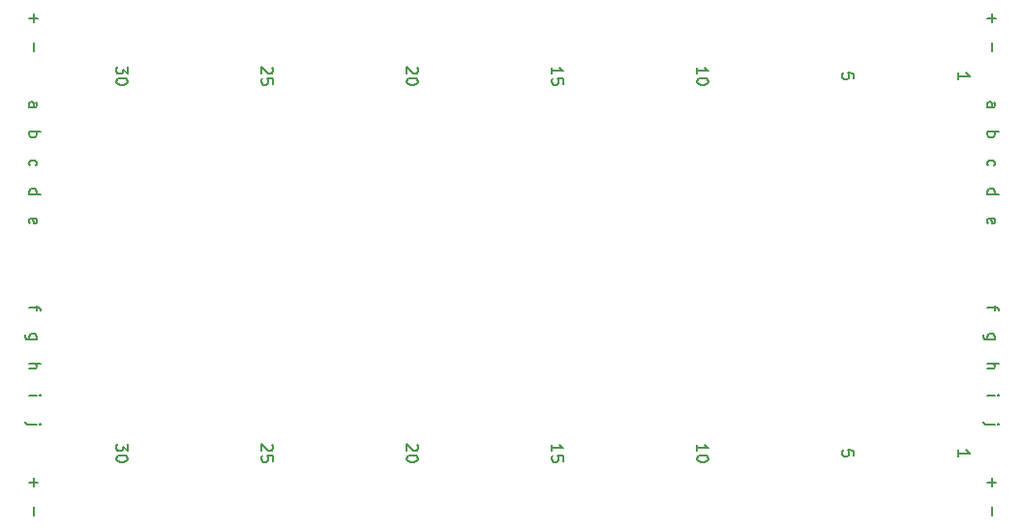
<source format=gbr>
%TF.GenerationSoftware,KiCad,Pcbnew,5.1.9-73d0e3b20d~88~ubuntu20.04.1*%
%TF.CreationDate,2021-01-27T17:21:27-06:00*%
%TF.ProjectId,ProtoPCBs,50726f74-6f50-4434-9273-2e6b69636164,rev?*%
%TF.SameCoordinates,Original*%
%TF.FileFunction,Legend,Top*%
%TF.FilePolarity,Positive*%
%FSLAX46Y46*%
G04 Gerber Fmt 4.6, Leading zero omitted, Abs format (unit mm)*
G04 Created by KiCad (PCBNEW 5.1.9-73d0e3b20d~88~ubuntu20.04.1) date 2021-01-27 17:21:27*
%MOMM*%
%LPD*%
G01*
G04 APERTURE LIST*
%ADD10C,0.150000*%
G04 APERTURE END LIST*
D10*
X149407619Y-66254285D02*
X149931428Y-66254285D01*
X150026666Y-66206666D01*
X150074285Y-66111428D01*
X150074285Y-65920952D01*
X150026666Y-65825714D01*
X149455238Y-66254285D02*
X149407619Y-66159047D01*
X149407619Y-65920952D01*
X149455238Y-65825714D01*
X149550476Y-65778095D01*
X149645714Y-65778095D01*
X149740952Y-65825714D01*
X149788571Y-65920952D01*
X149788571Y-66159047D01*
X149836190Y-66254285D01*
X149407619Y-68365714D02*
X150407619Y-68365714D01*
X150026666Y-68365714D02*
X150074285Y-68460952D01*
X150074285Y-68651428D01*
X150026666Y-68746666D01*
X149979047Y-68794285D01*
X149883809Y-68841904D01*
X149598095Y-68841904D01*
X149502857Y-68794285D01*
X149455238Y-68746666D01*
X149407619Y-68651428D01*
X149407619Y-68460952D01*
X149455238Y-68365714D01*
X149455238Y-71358095D02*
X149407619Y-71262857D01*
X149407619Y-71072380D01*
X149455238Y-70977142D01*
X149502857Y-70929523D01*
X149598095Y-70881904D01*
X149883809Y-70881904D01*
X149979047Y-70929523D01*
X150026666Y-70977142D01*
X150074285Y-71072380D01*
X150074285Y-71262857D01*
X150026666Y-71358095D01*
X149407619Y-73874285D02*
X150407619Y-73874285D01*
X149455238Y-73874285D02*
X149407619Y-73779047D01*
X149407619Y-73588571D01*
X149455238Y-73493333D01*
X149502857Y-73445714D01*
X149598095Y-73398095D01*
X149883809Y-73398095D01*
X149979047Y-73445714D01*
X150026666Y-73493333D01*
X150074285Y-73588571D01*
X150074285Y-73779047D01*
X150026666Y-73874285D01*
X149455238Y-76390476D02*
X149407619Y-76295238D01*
X149407619Y-76104761D01*
X149455238Y-76009523D01*
X149550476Y-75961904D01*
X149931428Y-75961904D01*
X150026666Y-76009523D01*
X150074285Y-76104761D01*
X150074285Y-76295238D01*
X150026666Y-76390476D01*
X149931428Y-76438095D01*
X149836190Y-76438095D01*
X149740952Y-75961904D01*
X150074285Y-83629523D02*
X150074285Y-84010476D01*
X149407619Y-83772380D02*
X150264761Y-83772380D01*
X150360000Y-83820000D01*
X150407619Y-83915238D01*
X150407619Y-84010476D01*
X150074285Y-86574285D02*
X149264761Y-86574285D01*
X149169523Y-86526666D01*
X149121904Y-86479047D01*
X149074285Y-86383809D01*
X149074285Y-86240952D01*
X149121904Y-86145714D01*
X149455238Y-86574285D02*
X149407619Y-86479047D01*
X149407619Y-86288571D01*
X149455238Y-86193333D01*
X149502857Y-86145714D01*
X149598095Y-86098095D01*
X149883809Y-86098095D01*
X149979047Y-86145714D01*
X150026666Y-86193333D01*
X150074285Y-86288571D01*
X150074285Y-86479047D01*
X150026666Y-86574285D01*
X149407619Y-88685714D02*
X150407619Y-88685714D01*
X149407619Y-89114285D02*
X149931428Y-89114285D01*
X150026666Y-89066666D01*
X150074285Y-88971428D01*
X150074285Y-88828571D01*
X150026666Y-88733333D01*
X149979047Y-88685714D01*
X149407619Y-91440000D02*
X150074285Y-91440000D01*
X150407619Y-91440000D02*
X150360000Y-91392380D01*
X150312380Y-91440000D01*
X150360000Y-91487619D01*
X150407619Y-91440000D01*
X150312380Y-91440000D01*
X150074285Y-93980000D02*
X149217142Y-93980000D01*
X149121904Y-93932380D01*
X149074285Y-93837142D01*
X149074285Y-93789523D01*
X150407619Y-93980000D02*
X150360000Y-93932380D01*
X150312380Y-93980000D01*
X150360000Y-94027619D01*
X150407619Y-93980000D01*
X150312380Y-93980000D01*
X149788571Y-101219047D02*
X149788571Y-101980952D01*
X149788571Y-98679047D02*
X149788571Y-99440952D01*
X149407619Y-99060000D02*
X150169523Y-99060000D01*
X149788571Y-58039047D02*
X149788571Y-58800952D01*
X149407619Y-58420000D02*
X150169523Y-58420000D01*
X149788571Y-60579047D02*
X149788571Y-61340952D01*
X233608571Y-60579047D02*
X233608571Y-61340952D01*
X233608571Y-58039047D02*
X233608571Y-58800952D01*
X233227619Y-58420000D02*
X233989523Y-58420000D01*
X233608571Y-98679047D02*
X233608571Y-99440952D01*
X233227619Y-99060000D02*
X233989523Y-99060000D01*
X233608571Y-101219047D02*
X233608571Y-101980952D01*
X233894285Y-93980000D02*
X233037142Y-93980000D01*
X232941904Y-93932380D01*
X232894285Y-93837142D01*
X232894285Y-93789523D01*
X234227619Y-93980000D02*
X234180000Y-93932380D01*
X234132380Y-93980000D01*
X234180000Y-94027619D01*
X234227619Y-93980000D01*
X234132380Y-93980000D01*
X233227619Y-91440000D02*
X233894285Y-91440000D01*
X234227619Y-91440000D02*
X234180000Y-91392380D01*
X234132380Y-91440000D01*
X234180000Y-91487619D01*
X234227619Y-91440000D01*
X234132380Y-91440000D01*
X233227619Y-88685714D02*
X234227619Y-88685714D01*
X233227619Y-89114285D02*
X233751428Y-89114285D01*
X233846666Y-89066666D01*
X233894285Y-88971428D01*
X233894285Y-88828571D01*
X233846666Y-88733333D01*
X233799047Y-88685714D01*
X233894285Y-86574285D02*
X233084761Y-86574285D01*
X232989523Y-86526666D01*
X232941904Y-86479047D01*
X232894285Y-86383809D01*
X232894285Y-86240952D01*
X232941904Y-86145714D01*
X233275238Y-86574285D02*
X233227619Y-86479047D01*
X233227619Y-86288571D01*
X233275238Y-86193333D01*
X233322857Y-86145714D01*
X233418095Y-86098095D01*
X233703809Y-86098095D01*
X233799047Y-86145714D01*
X233846666Y-86193333D01*
X233894285Y-86288571D01*
X233894285Y-86479047D01*
X233846666Y-86574285D01*
X233894285Y-83629523D02*
X233894285Y-84010476D01*
X233227619Y-83772380D02*
X234084761Y-83772380D01*
X234180000Y-83820000D01*
X234227619Y-83915238D01*
X234227619Y-84010476D01*
X233275238Y-76390476D02*
X233227619Y-76295238D01*
X233227619Y-76104761D01*
X233275238Y-76009523D01*
X233370476Y-75961904D01*
X233751428Y-75961904D01*
X233846666Y-76009523D01*
X233894285Y-76104761D01*
X233894285Y-76295238D01*
X233846666Y-76390476D01*
X233751428Y-76438095D01*
X233656190Y-76438095D01*
X233560952Y-75961904D01*
X233227619Y-73874285D02*
X234227619Y-73874285D01*
X233275238Y-73874285D02*
X233227619Y-73779047D01*
X233227619Y-73588571D01*
X233275238Y-73493333D01*
X233322857Y-73445714D01*
X233418095Y-73398095D01*
X233703809Y-73398095D01*
X233799047Y-73445714D01*
X233846666Y-73493333D01*
X233894285Y-73588571D01*
X233894285Y-73779047D01*
X233846666Y-73874285D01*
X233275238Y-71358095D02*
X233227619Y-71262857D01*
X233227619Y-71072380D01*
X233275238Y-70977142D01*
X233322857Y-70929523D01*
X233418095Y-70881904D01*
X233703809Y-70881904D01*
X233799047Y-70929523D01*
X233846666Y-70977142D01*
X233894285Y-71072380D01*
X233894285Y-71262857D01*
X233846666Y-71358095D01*
X233227619Y-68365714D02*
X234227619Y-68365714D01*
X233846666Y-68365714D02*
X233894285Y-68460952D01*
X233894285Y-68651428D01*
X233846666Y-68746666D01*
X233799047Y-68794285D01*
X233703809Y-68841904D01*
X233418095Y-68841904D01*
X233322857Y-68794285D01*
X233275238Y-68746666D01*
X233227619Y-68651428D01*
X233227619Y-68460952D01*
X233275238Y-68365714D01*
X233227619Y-66254285D02*
X233751428Y-66254285D01*
X233846666Y-66206666D01*
X233894285Y-66111428D01*
X233894285Y-65920952D01*
X233846666Y-65825714D01*
X233275238Y-66254285D02*
X233227619Y-66159047D01*
X233227619Y-65920952D01*
X233275238Y-65825714D01*
X233370476Y-65778095D01*
X233465714Y-65778095D01*
X233560952Y-65825714D01*
X233608571Y-65920952D01*
X233608571Y-66159047D01*
X233656190Y-66254285D01*
X158027619Y-95710476D02*
X158027619Y-96329523D01*
X157646666Y-95996190D01*
X157646666Y-96139047D01*
X157599047Y-96234285D01*
X157551428Y-96281904D01*
X157456190Y-96329523D01*
X157218095Y-96329523D01*
X157122857Y-96281904D01*
X157075238Y-96234285D01*
X157027619Y-96139047D01*
X157027619Y-95853333D01*
X157075238Y-95758095D01*
X157122857Y-95710476D01*
X158027619Y-96948571D02*
X158027619Y-97043809D01*
X157980000Y-97139047D01*
X157932380Y-97186666D01*
X157837142Y-97234285D01*
X157646666Y-97281904D01*
X157408571Y-97281904D01*
X157218095Y-97234285D01*
X157122857Y-97186666D01*
X157075238Y-97139047D01*
X157027619Y-97043809D01*
X157027619Y-96948571D01*
X157075238Y-96853333D01*
X157122857Y-96805714D01*
X157218095Y-96758095D01*
X157408571Y-96710476D01*
X157646666Y-96710476D01*
X157837142Y-96758095D01*
X157932380Y-96805714D01*
X157980000Y-96853333D01*
X158027619Y-96948571D01*
X221527619Y-96758095D02*
X221527619Y-96281904D01*
X221051428Y-96234285D01*
X221099047Y-96281904D01*
X221146666Y-96377142D01*
X221146666Y-96615238D01*
X221099047Y-96710476D01*
X221051428Y-96758095D01*
X220956190Y-96805714D01*
X220718095Y-96805714D01*
X220622857Y-96758095D01*
X220575238Y-96710476D01*
X220527619Y-96615238D01*
X220527619Y-96377142D01*
X220575238Y-96281904D01*
X220622857Y-96234285D01*
X230687619Y-96805714D02*
X230687619Y-96234285D01*
X230687619Y-96520000D02*
X231687619Y-96520000D01*
X231544761Y-96424761D01*
X231449523Y-96329523D01*
X231401904Y-96234285D01*
X170632380Y-95758095D02*
X170680000Y-95805714D01*
X170727619Y-95900952D01*
X170727619Y-96139047D01*
X170680000Y-96234285D01*
X170632380Y-96281904D01*
X170537142Y-96329523D01*
X170441904Y-96329523D01*
X170299047Y-96281904D01*
X169727619Y-95710476D01*
X169727619Y-96329523D01*
X170727619Y-97234285D02*
X170727619Y-96758095D01*
X170251428Y-96710476D01*
X170299047Y-96758095D01*
X170346666Y-96853333D01*
X170346666Y-97091428D01*
X170299047Y-97186666D01*
X170251428Y-97234285D01*
X170156190Y-97281904D01*
X169918095Y-97281904D01*
X169822857Y-97234285D01*
X169775238Y-97186666D01*
X169727619Y-97091428D01*
X169727619Y-96853333D01*
X169775238Y-96758095D01*
X169822857Y-96710476D01*
X183332380Y-95758095D02*
X183380000Y-95805714D01*
X183427619Y-95900952D01*
X183427619Y-96139047D01*
X183380000Y-96234285D01*
X183332380Y-96281904D01*
X183237142Y-96329523D01*
X183141904Y-96329523D01*
X182999047Y-96281904D01*
X182427619Y-95710476D01*
X182427619Y-96329523D01*
X183427619Y-96948571D02*
X183427619Y-97043809D01*
X183380000Y-97139047D01*
X183332380Y-97186666D01*
X183237142Y-97234285D01*
X183046666Y-97281904D01*
X182808571Y-97281904D01*
X182618095Y-97234285D01*
X182522857Y-97186666D01*
X182475238Y-97139047D01*
X182427619Y-97043809D01*
X182427619Y-96948571D01*
X182475238Y-96853333D01*
X182522857Y-96805714D01*
X182618095Y-96758095D01*
X182808571Y-96710476D01*
X183046666Y-96710476D01*
X183237142Y-96758095D01*
X183332380Y-96805714D01*
X183380000Y-96853333D01*
X183427619Y-96948571D01*
X207827619Y-96329523D02*
X207827619Y-95758095D01*
X207827619Y-96043809D02*
X208827619Y-96043809D01*
X208684761Y-95948571D01*
X208589523Y-95853333D01*
X208541904Y-95758095D01*
X208827619Y-96948571D02*
X208827619Y-97043809D01*
X208780000Y-97139047D01*
X208732380Y-97186666D01*
X208637142Y-97234285D01*
X208446666Y-97281904D01*
X208208571Y-97281904D01*
X208018095Y-97234285D01*
X207922857Y-97186666D01*
X207875238Y-97139047D01*
X207827619Y-97043809D01*
X207827619Y-96948571D01*
X207875238Y-96853333D01*
X207922857Y-96805714D01*
X208018095Y-96758095D01*
X208208571Y-96710476D01*
X208446666Y-96710476D01*
X208637142Y-96758095D01*
X208732380Y-96805714D01*
X208780000Y-96853333D01*
X208827619Y-96948571D01*
X195127619Y-96329523D02*
X195127619Y-95758095D01*
X195127619Y-96043809D02*
X196127619Y-96043809D01*
X195984761Y-95948571D01*
X195889523Y-95853333D01*
X195841904Y-95758095D01*
X196127619Y-97234285D02*
X196127619Y-96758095D01*
X195651428Y-96710476D01*
X195699047Y-96758095D01*
X195746666Y-96853333D01*
X195746666Y-97091428D01*
X195699047Y-97186666D01*
X195651428Y-97234285D01*
X195556190Y-97281904D01*
X195318095Y-97281904D01*
X195222857Y-97234285D01*
X195175238Y-97186666D01*
X195127619Y-97091428D01*
X195127619Y-96853333D01*
X195175238Y-96758095D01*
X195222857Y-96710476D01*
X158027619Y-62690476D02*
X158027619Y-63309523D01*
X157646666Y-62976190D01*
X157646666Y-63119047D01*
X157599047Y-63214285D01*
X157551428Y-63261904D01*
X157456190Y-63309523D01*
X157218095Y-63309523D01*
X157122857Y-63261904D01*
X157075238Y-63214285D01*
X157027619Y-63119047D01*
X157027619Y-62833333D01*
X157075238Y-62738095D01*
X157122857Y-62690476D01*
X158027619Y-63928571D02*
X158027619Y-64023809D01*
X157980000Y-64119047D01*
X157932380Y-64166666D01*
X157837142Y-64214285D01*
X157646666Y-64261904D01*
X157408571Y-64261904D01*
X157218095Y-64214285D01*
X157122857Y-64166666D01*
X157075238Y-64119047D01*
X157027619Y-64023809D01*
X157027619Y-63928571D01*
X157075238Y-63833333D01*
X157122857Y-63785714D01*
X157218095Y-63738095D01*
X157408571Y-63690476D01*
X157646666Y-63690476D01*
X157837142Y-63738095D01*
X157932380Y-63785714D01*
X157980000Y-63833333D01*
X158027619Y-63928571D01*
X170632380Y-62738095D02*
X170680000Y-62785714D01*
X170727619Y-62880952D01*
X170727619Y-63119047D01*
X170680000Y-63214285D01*
X170632380Y-63261904D01*
X170537142Y-63309523D01*
X170441904Y-63309523D01*
X170299047Y-63261904D01*
X169727619Y-62690476D01*
X169727619Y-63309523D01*
X170727619Y-64214285D02*
X170727619Y-63738095D01*
X170251428Y-63690476D01*
X170299047Y-63738095D01*
X170346666Y-63833333D01*
X170346666Y-64071428D01*
X170299047Y-64166666D01*
X170251428Y-64214285D01*
X170156190Y-64261904D01*
X169918095Y-64261904D01*
X169822857Y-64214285D01*
X169775238Y-64166666D01*
X169727619Y-64071428D01*
X169727619Y-63833333D01*
X169775238Y-63738095D01*
X169822857Y-63690476D01*
X183332380Y-62738095D02*
X183380000Y-62785714D01*
X183427619Y-62880952D01*
X183427619Y-63119047D01*
X183380000Y-63214285D01*
X183332380Y-63261904D01*
X183237142Y-63309523D01*
X183141904Y-63309523D01*
X182999047Y-63261904D01*
X182427619Y-62690476D01*
X182427619Y-63309523D01*
X183427619Y-63928571D02*
X183427619Y-64023809D01*
X183380000Y-64119047D01*
X183332380Y-64166666D01*
X183237142Y-64214285D01*
X183046666Y-64261904D01*
X182808571Y-64261904D01*
X182618095Y-64214285D01*
X182522857Y-64166666D01*
X182475238Y-64119047D01*
X182427619Y-64023809D01*
X182427619Y-63928571D01*
X182475238Y-63833333D01*
X182522857Y-63785714D01*
X182618095Y-63738095D01*
X182808571Y-63690476D01*
X183046666Y-63690476D01*
X183237142Y-63738095D01*
X183332380Y-63785714D01*
X183380000Y-63833333D01*
X183427619Y-63928571D01*
X195127619Y-63309523D02*
X195127619Y-62738095D01*
X195127619Y-63023809D02*
X196127619Y-63023809D01*
X195984761Y-62928571D01*
X195889523Y-62833333D01*
X195841904Y-62738095D01*
X196127619Y-64214285D02*
X196127619Y-63738095D01*
X195651428Y-63690476D01*
X195699047Y-63738095D01*
X195746666Y-63833333D01*
X195746666Y-64071428D01*
X195699047Y-64166666D01*
X195651428Y-64214285D01*
X195556190Y-64261904D01*
X195318095Y-64261904D01*
X195222857Y-64214285D01*
X195175238Y-64166666D01*
X195127619Y-64071428D01*
X195127619Y-63833333D01*
X195175238Y-63738095D01*
X195222857Y-63690476D01*
X207827619Y-63309523D02*
X207827619Y-62738095D01*
X207827619Y-63023809D02*
X208827619Y-63023809D01*
X208684761Y-62928571D01*
X208589523Y-62833333D01*
X208541904Y-62738095D01*
X208827619Y-63928571D02*
X208827619Y-64023809D01*
X208780000Y-64119047D01*
X208732380Y-64166666D01*
X208637142Y-64214285D01*
X208446666Y-64261904D01*
X208208571Y-64261904D01*
X208018095Y-64214285D01*
X207922857Y-64166666D01*
X207875238Y-64119047D01*
X207827619Y-64023809D01*
X207827619Y-63928571D01*
X207875238Y-63833333D01*
X207922857Y-63785714D01*
X208018095Y-63738095D01*
X208208571Y-63690476D01*
X208446666Y-63690476D01*
X208637142Y-63738095D01*
X208732380Y-63785714D01*
X208780000Y-63833333D01*
X208827619Y-63928571D01*
X221527619Y-63738095D02*
X221527619Y-63261904D01*
X221051428Y-63214285D01*
X221099047Y-63261904D01*
X221146666Y-63357142D01*
X221146666Y-63595238D01*
X221099047Y-63690476D01*
X221051428Y-63738095D01*
X220956190Y-63785714D01*
X220718095Y-63785714D01*
X220622857Y-63738095D01*
X220575238Y-63690476D01*
X220527619Y-63595238D01*
X220527619Y-63357142D01*
X220575238Y-63261904D01*
X220622857Y-63214285D01*
X230687619Y-63785714D02*
X230687619Y-63214285D01*
X230687619Y-63500000D02*
X231687619Y-63500000D01*
X231544761Y-63404761D01*
X231449523Y-63309523D01*
X231401904Y-63214285D01*
M02*

</source>
